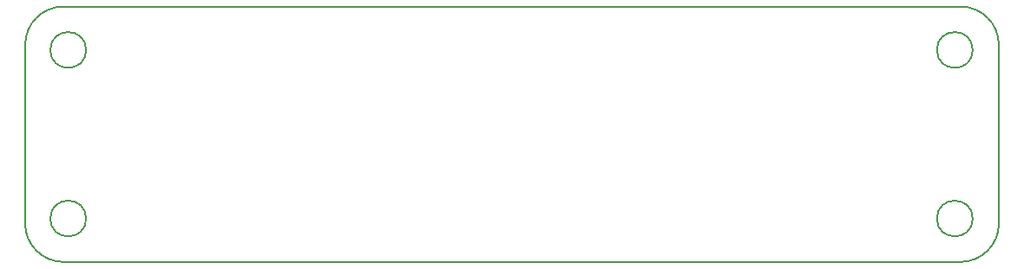
<source format=gbr>
G04 #@! TF.GenerationSoftware,KiCad,Pcbnew,5.1.8-db9833491~87~ubuntu20.04.1*
G04 #@! TF.CreationDate,2020-12-10T20:17:47-08:00*
G04 #@! TF.ProjectId,casing,63617369-6e67-42e6-9b69-6361645f7063,rev?*
G04 #@! TF.SameCoordinates,Original*
G04 #@! TF.FileFunction,Profile,NP*
%FSLAX46Y46*%
G04 Gerber Fmt 4.6, Leading zero omitted, Abs format (unit mm)*
G04 Created by KiCad (PCBNEW 5.1.8-db9833491~87~ubuntu20.04.1) date 2020-12-10 20:17:47*
%MOMM*%
%LPD*%
G01*
G04 APERTURE LIST*
G04 #@! TA.AperFunction,Profile*
%ADD10C,0.150000*%
G04 #@! TD*
G04 #@! TA.AperFunction,Profile*
%ADD11C,0.127000*%
G04 #@! TD*
G04 APERTURE END LIST*
D10*
X121100000Y-138500000D02*
X121100000Y-156000000D01*
D11*
X124850000Y-159750000D02*
G75*
G02*
X121100000Y-156000000I0J3750000D01*
G01*
X121100000Y-138500000D02*
G75*
G02*
X124850000Y-134750000I3750000J0D01*
G01*
X216100000Y-156000000D02*
G75*
G02*
X212350000Y-159750000I-3750000J0D01*
G01*
X212350000Y-134750000D02*
G75*
G02*
X216100000Y-138500000I0J-3750000D01*
G01*
X124850000Y-134750000D02*
X212350000Y-134750000D01*
X212350000Y-159750000D02*
X124850000Y-159750000D01*
X216100000Y-138500000D02*
X216100000Y-156000000D01*
D10*
X127050000Y-155500000D02*
G75*
G03*
X127050000Y-155500000I-1750000J0D01*
G01*
X213550000Y-155500000D02*
G75*
G03*
X213550000Y-155500000I-1750000J0D01*
G01*
X213550000Y-139000000D02*
G75*
G03*
X213550000Y-139000000I-1750000J0D01*
G01*
X127050000Y-139000000D02*
G75*
G03*
X127050000Y-139000000I-1750000J0D01*
G01*
M02*

</source>
